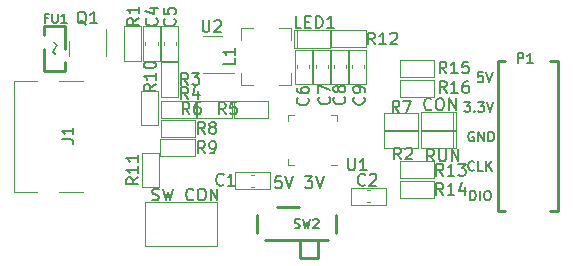
<source format=gbr>
%TF.GenerationSoftware,KiCad,Pcbnew,(6.0.5)*%
%TF.CreationDate,2022-07-01T09:43:07+08:00*%
%TF.ProjectId,dap_ch549f,6461705f-6368-4353-9439-662e6b696361,rev?*%
%TF.SameCoordinates,Original*%
%TF.FileFunction,Legend,Top*%
%TF.FilePolarity,Positive*%
%FSLAX46Y46*%
G04 Gerber Fmt 4.6, Leading zero omitted, Abs format (unit mm)*
G04 Created by KiCad (PCBNEW (6.0.5)) date 2022-07-01 09:43:07*
%MOMM*%
%LPD*%
G01*
G04 APERTURE LIST*
%ADD10C,0.150000*%
%ADD11C,0.152400*%
%ADD12C,0.190500*%
%ADD13C,0.203200*%
%ADD14C,0.120000*%
%ADD15C,0.254000*%
%ADD16C,0.127000*%
G04 APERTURE END LIST*
D10*
%TO.C,R7*%
X157483333Y-92642380D02*
X157150000Y-92166190D01*
X156911904Y-92642380D02*
X156911904Y-91642380D01*
X157292857Y-91642380D01*
X157388095Y-91690000D01*
X157435714Y-91737619D01*
X157483333Y-91832857D01*
X157483333Y-91975714D01*
X157435714Y-92070952D01*
X157388095Y-92118571D01*
X157292857Y-92166190D01*
X156911904Y-92166190D01*
X157816666Y-91642380D02*
X158483333Y-91642380D01*
X158054761Y-92642380D01*
%TO.C,LED1*%
X149180952Y-85472380D02*
X148704761Y-85472380D01*
X148704761Y-84472380D01*
X149514285Y-84948571D02*
X149847619Y-84948571D01*
X149990476Y-85472380D02*
X149514285Y-85472380D01*
X149514285Y-84472380D01*
X149990476Y-84472380D01*
X150419047Y-85472380D02*
X150419047Y-84472380D01*
X150657142Y-84472380D01*
X150800000Y-84520000D01*
X150895238Y-84615238D01*
X150942857Y-84710476D01*
X150990476Y-84900952D01*
X150990476Y-85043809D01*
X150942857Y-85234285D01*
X150895238Y-85329523D01*
X150800000Y-85424761D01*
X150657142Y-85472380D01*
X150419047Y-85472380D01*
X151942857Y-85472380D02*
X151371428Y-85472380D01*
X151657142Y-85472380D02*
X151657142Y-84472380D01*
X151561904Y-84615238D01*
X151466666Y-84710476D01*
X151371428Y-84758095D01*
D11*
%TO.C,P1*%
X167532583Y-88431295D02*
X167532583Y-87618495D01*
X167842221Y-87618495D01*
X167919631Y-87657200D01*
X167958336Y-87695904D01*
X167997040Y-87773314D01*
X167997040Y-87889428D01*
X167958336Y-87966838D01*
X167919631Y-88005542D01*
X167842221Y-88044247D01*
X167532583Y-88044247D01*
X168771136Y-88431295D02*
X168306679Y-88431295D01*
X168538907Y-88431295D02*
X168538907Y-87618495D01*
X168461498Y-87734609D01*
X168384088Y-87812019D01*
X168306679Y-87850723D01*
X164569631Y-89247027D02*
X164182583Y-89247027D01*
X164143879Y-89634074D01*
X164182583Y-89595370D01*
X164259993Y-89556665D01*
X164453517Y-89556665D01*
X164530926Y-89595370D01*
X164569631Y-89634074D01*
X164608336Y-89711484D01*
X164608336Y-89905008D01*
X164569631Y-89982417D01*
X164530926Y-90021122D01*
X164453517Y-90059827D01*
X164259993Y-90059827D01*
X164182583Y-90021122D01*
X164143879Y-89982417D01*
X164840564Y-89247027D02*
X165111498Y-90059827D01*
X165382431Y-89247027D01*
X163795798Y-94288668D02*
X163718388Y-94249963D01*
X163602274Y-94249963D01*
X163486160Y-94288668D01*
X163408750Y-94366077D01*
X163370045Y-94443487D01*
X163331341Y-94598306D01*
X163331341Y-94714420D01*
X163370045Y-94869239D01*
X163408750Y-94946648D01*
X163486160Y-95024058D01*
X163602274Y-95062763D01*
X163679683Y-95062763D01*
X163795798Y-95024058D01*
X163834502Y-94985353D01*
X163834502Y-94714420D01*
X163679683Y-94714420D01*
X164182845Y-95062763D02*
X164182845Y-94249963D01*
X164647302Y-95062763D01*
X164647302Y-94249963D01*
X165034350Y-95062763D02*
X165034350Y-94249963D01*
X165227874Y-94249963D01*
X165343988Y-94288668D01*
X165421398Y-94366077D01*
X165460102Y-94443487D01*
X165498807Y-94598306D01*
X165498807Y-94714420D01*
X165460102Y-94869239D01*
X165421398Y-94946648D01*
X165343988Y-95024058D01*
X165227874Y-95062763D01*
X165034350Y-95062763D01*
X163834502Y-97486822D02*
X163795798Y-97525527D01*
X163679683Y-97564232D01*
X163602274Y-97564232D01*
X163486160Y-97525527D01*
X163408750Y-97448117D01*
X163370045Y-97370708D01*
X163331341Y-97215889D01*
X163331341Y-97099775D01*
X163370045Y-96944956D01*
X163408750Y-96867546D01*
X163486160Y-96790137D01*
X163602274Y-96751432D01*
X163679683Y-96751432D01*
X163795798Y-96790137D01*
X163834502Y-96828841D01*
X164569893Y-97564232D02*
X164182845Y-97564232D01*
X164182845Y-96751432D01*
X164840826Y-97564232D02*
X164840826Y-96751432D01*
X165305283Y-97564232D02*
X164956941Y-97099775D01*
X165305283Y-96751432D02*
X164840826Y-97215889D01*
X162990174Y-91748495D02*
X163493336Y-91748495D01*
X163222402Y-92058133D01*
X163338517Y-92058133D01*
X163415926Y-92096838D01*
X163454631Y-92135542D01*
X163493336Y-92212952D01*
X163493336Y-92406476D01*
X163454631Y-92483885D01*
X163415926Y-92522590D01*
X163338517Y-92561295D01*
X163106288Y-92561295D01*
X163028879Y-92522590D01*
X162990174Y-92483885D01*
X163841679Y-92483885D02*
X163880383Y-92522590D01*
X163841679Y-92561295D01*
X163802974Y-92522590D01*
X163841679Y-92483885D01*
X163841679Y-92561295D01*
X164151317Y-91748495D02*
X164654479Y-91748495D01*
X164383545Y-92058133D01*
X164499660Y-92058133D01*
X164577069Y-92096838D01*
X164615774Y-92135542D01*
X164654479Y-92212952D01*
X164654479Y-92406476D01*
X164615774Y-92483885D01*
X164577069Y-92522590D01*
X164499660Y-92561295D01*
X164267431Y-92561295D01*
X164190021Y-92522590D01*
X164151317Y-92483885D01*
X164886707Y-91748495D02*
X165157640Y-92561295D01*
X165428574Y-91748495D01*
X163505470Y-100065700D02*
X163505470Y-99252900D01*
X163698994Y-99252900D01*
X163815108Y-99291605D01*
X163892518Y-99369014D01*
X163931223Y-99446424D01*
X163969927Y-99601243D01*
X163969927Y-99717357D01*
X163931223Y-99872176D01*
X163892518Y-99949585D01*
X163815108Y-100026995D01*
X163698994Y-100065700D01*
X163505470Y-100065700D01*
X164318270Y-100065700D02*
X164318270Y-99252900D01*
X164860137Y-99252900D02*
X165014956Y-99252900D01*
X165092366Y-99291605D01*
X165169775Y-99369014D01*
X165208480Y-99523833D01*
X165208480Y-99794766D01*
X165169775Y-99949585D01*
X165092366Y-100026995D01*
X165014956Y-100065700D01*
X164860137Y-100065700D01*
X164782727Y-100026995D01*
X164705318Y-99949585D01*
X164666613Y-99794766D01*
X164666613Y-99523833D01*
X164705318Y-99369014D01*
X164782727Y-99291605D01*
X164860137Y-99252900D01*
D10*
%TO.C,R12*%
X155397142Y-86882380D02*
X155063809Y-86406190D01*
X154825714Y-86882380D02*
X154825714Y-85882380D01*
X155206666Y-85882380D01*
X155301904Y-85930000D01*
X155349523Y-85977619D01*
X155397142Y-86072857D01*
X155397142Y-86215714D01*
X155349523Y-86310952D01*
X155301904Y-86358571D01*
X155206666Y-86406190D01*
X154825714Y-86406190D01*
X156349523Y-86882380D02*
X155778095Y-86882380D01*
X156063809Y-86882380D02*
X156063809Y-85882380D01*
X155968571Y-86025238D01*
X155873333Y-86120476D01*
X155778095Y-86168095D01*
X156730476Y-85977619D02*
X156778095Y-85930000D01*
X156873333Y-85882380D01*
X157111428Y-85882380D01*
X157206666Y-85930000D01*
X157254285Y-85977619D01*
X157301904Y-86072857D01*
X157301904Y-86168095D01*
X157254285Y-86310952D01*
X156682857Y-86882380D01*
X157301904Y-86882380D01*
%TO.C,R16*%
X161487142Y-90982380D02*
X161153809Y-90506190D01*
X160915714Y-90982380D02*
X160915714Y-89982380D01*
X161296666Y-89982380D01*
X161391904Y-90030000D01*
X161439523Y-90077619D01*
X161487142Y-90172857D01*
X161487142Y-90315714D01*
X161439523Y-90410952D01*
X161391904Y-90458571D01*
X161296666Y-90506190D01*
X160915714Y-90506190D01*
X162439523Y-90982380D02*
X161868095Y-90982380D01*
X162153809Y-90982380D02*
X162153809Y-89982380D01*
X162058571Y-90125238D01*
X161963333Y-90220476D01*
X161868095Y-90268095D01*
X163296666Y-89982380D02*
X163106190Y-89982380D01*
X163010952Y-90030000D01*
X162963333Y-90077619D01*
X162868095Y-90220476D01*
X162820476Y-90410952D01*
X162820476Y-90791904D01*
X162868095Y-90887142D01*
X162915714Y-90934761D01*
X163010952Y-90982380D01*
X163201428Y-90982380D01*
X163296666Y-90934761D01*
X163344285Y-90887142D01*
X163391904Y-90791904D01*
X163391904Y-90553809D01*
X163344285Y-90458571D01*
X163296666Y-90410952D01*
X163201428Y-90363333D01*
X163010952Y-90363333D01*
X162915714Y-90410952D01*
X162868095Y-90458571D01*
X162820476Y-90553809D01*
%TO.C,Q1*%
X130974761Y-85197619D02*
X130879523Y-85150000D01*
X130784285Y-85054761D01*
X130641428Y-84911904D01*
X130546190Y-84864285D01*
X130450952Y-84864285D01*
X130498571Y-85102380D02*
X130403333Y-85054761D01*
X130308095Y-84959523D01*
X130260476Y-84769047D01*
X130260476Y-84435714D01*
X130308095Y-84245238D01*
X130403333Y-84150000D01*
X130498571Y-84102380D01*
X130689047Y-84102380D01*
X130784285Y-84150000D01*
X130879523Y-84245238D01*
X130927142Y-84435714D01*
X130927142Y-84769047D01*
X130879523Y-84959523D01*
X130784285Y-85054761D01*
X130689047Y-85102380D01*
X130498571Y-85102380D01*
X131879523Y-85102380D02*
X131308095Y-85102380D01*
X131593809Y-85102380D02*
X131593809Y-84102380D01*
X131498571Y-84245238D01*
X131403333Y-84340476D01*
X131308095Y-84388095D01*
%TO.C,C6*%
X149717142Y-91396666D02*
X149764761Y-91444285D01*
X149812380Y-91587142D01*
X149812380Y-91682380D01*
X149764761Y-91825238D01*
X149669523Y-91920476D01*
X149574285Y-91968095D01*
X149383809Y-92015714D01*
X149240952Y-92015714D01*
X149050476Y-91968095D01*
X148955238Y-91920476D01*
X148860000Y-91825238D01*
X148812380Y-91682380D01*
X148812380Y-91587142D01*
X148860000Y-91444285D01*
X148907619Y-91396666D01*
X148812380Y-90539523D02*
X148812380Y-90730000D01*
X148860000Y-90825238D01*
X148907619Y-90872857D01*
X149050476Y-90968095D01*
X149240952Y-91015714D01*
X149621904Y-91015714D01*
X149717142Y-90968095D01*
X149764761Y-90920476D01*
X149812380Y-90825238D01*
X149812380Y-90634761D01*
X149764761Y-90539523D01*
X149717142Y-90491904D01*
X149621904Y-90444285D01*
X149383809Y-90444285D01*
X149288571Y-90491904D01*
X149240952Y-90539523D01*
X149193333Y-90634761D01*
X149193333Y-90825238D01*
X149240952Y-90920476D01*
X149288571Y-90968095D01*
X149383809Y-91015714D01*
%TO.C,R1*%
X135432380Y-84636666D02*
X134956190Y-84970000D01*
X135432380Y-85208095D02*
X134432380Y-85208095D01*
X134432380Y-84827142D01*
X134480000Y-84731904D01*
X134527619Y-84684285D01*
X134622857Y-84636666D01*
X134765714Y-84636666D01*
X134860952Y-84684285D01*
X134908571Y-84731904D01*
X134956190Y-84827142D01*
X134956190Y-85208095D01*
X135432380Y-83684285D02*
X135432380Y-84255714D01*
X135432380Y-83970000D02*
X134432380Y-83970000D01*
X134575238Y-84065238D01*
X134670476Y-84160476D01*
X134718095Y-84255714D01*
%TO.C,R3*%
X139603333Y-90292380D02*
X139270000Y-89816190D01*
X139031904Y-90292380D02*
X139031904Y-89292380D01*
X139412857Y-89292380D01*
X139508095Y-89340000D01*
X139555714Y-89387619D01*
X139603333Y-89482857D01*
X139603333Y-89625714D01*
X139555714Y-89720952D01*
X139508095Y-89768571D01*
X139412857Y-89816190D01*
X139031904Y-89816190D01*
X139936666Y-89292380D02*
X140555714Y-89292380D01*
X140222380Y-89673333D01*
X140365238Y-89673333D01*
X140460476Y-89720952D01*
X140508095Y-89768571D01*
X140555714Y-89863809D01*
X140555714Y-90101904D01*
X140508095Y-90197142D01*
X140460476Y-90244761D01*
X140365238Y-90292380D01*
X140079523Y-90292380D01*
X139984285Y-90244761D01*
X139936666Y-90197142D01*
%TO.C,R2*%
X157623333Y-96612380D02*
X157290000Y-96136190D01*
X157051904Y-96612380D02*
X157051904Y-95612380D01*
X157432857Y-95612380D01*
X157528095Y-95660000D01*
X157575714Y-95707619D01*
X157623333Y-95802857D01*
X157623333Y-95945714D01*
X157575714Y-96040952D01*
X157528095Y-96088571D01*
X157432857Y-96136190D01*
X157051904Y-96136190D01*
X158004285Y-95707619D02*
X158051904Y-95660000D01*
X158147142Y-95612380D01*
X158385238Y-95612380D01*
X158480476Y-95660000D01*
X158528095Y-95707619D01*
X158575714Y-95802857D01*
X158575714Y-95898095D01*
X158528095Y-96040952D01*
X157956666Y-96612380D01*
X158575714Y-96612380D01*
%TO.C,C8*%
X152807142Y-91326666D02*
X152854761Y-91374285D01*
X152902380Y-91517142D01*
X152902380Y-91612380D01*
X152854761Y-91755238D01*
X152759523Y-91850476D01*
X152664285Y-91898095D01*
X152473809Y-91945714D01*
X152330952Y-91945714D01*
X152140476Y-91898095D01*
X152045238Y-91850476D01*
X151950000Y-91755238D01*
X151902380Y-91612380D01*
X151902380Y-91517142D01*
X151950000Y-91374285D01*
X151997619Y-91326666D01*
X152330952Y-90755238D02*
X152283333Y-90850476D01*
X152235714Y-90898095D01*
X152140476Y-90945714D01*
X152092857Y-90945714D01*
X151997619Y-90898095D01*
X151950000Y-90850476D01*
X151902380Y-90755238D01*
X151902380Y-90564761D01*
X151950000Y-90469523D01*
X151997619Y-90421904D01*
X152092857Y-90374285D01*
X152140476Y-90374285D01*
X152235714Y-90421904D01*
X152283333Y-90469523D01*
X152330952Y-90564761D01*
X152330952Y-90755238D01*
X152378571Y-90850476D01*
X152426190Y-90898095D01*
X152521428Y-90945714D01*
X152711904Y-90945714D01*
X152807142Y-90898095D01*
X152854761Y-90850476D01*
X152902380Y-90755238D01*
X152902380Y-90564761D01*
X152854761Y-90469523D01*
X152807142Y-90421904D01*
X152711904Y-90374285D01*
X152521428Y-90374285D01*
X152426190Y-90421904D01*
X152378571Y-90469523D01*
X152330952Y-90564761D01*
%TO.C,U2*%
X140828095Y-84812380D02*
X140828095Y-85621904D01*
X140875714Y-85717142D01*
X140923333Y-85764761D01*
X141018571Y-85812380D01*
X141209047Y-85812380D01*
X141304285Y-85764761D01*
X141351904Y-85717142D01*
X141399523Y-85621904D01*
X141399523Y-84812380D01*
X141828095Y-84907619D02*
X141875714Y-84860000D01*
X141970952Y-84812380D01*
X142209047Y-84812380D01*
X142304285Y-84860000D01*
X142351904Y-84907619D01*
X142399523Y-85002857D01*
X142399523Y-85098095D01*
X142351904Y-85240952D01*
X141780476Y-85812380D01*
X142399523Y-85812380D01*
%TO.C,CON*%
X160201904Y-92347142D02*
X160154285Y-92394761D01*
X160011428Y-92442380D01*
X159916190Y-92442380D01*
X159773333Y-92394761D01*
X159678095Y-92299523D01*
X159630476Y-92204285D01*
X159582857Y-92013809D01*
X159582857Y-91870952D01*
X159630476Y-91680476D01*
X159678095Y-91585238D01*
X159773333Y-91490000D01*
X159916190Y-91442380D01*
X160011428Y-91442380D01*
X160154285Y-91490000D01*
X160201904Y-91537619D01*
X160820952Y-91442380D02*
X161011428Y-91442380D01*
X161106666Y-91490000D01*
X161201904Y-91585238D01*
X161249523Y-91775714D01*
X161249523Y-92109047D01*
X161201904Y-92299523D01*
X161106666Y-92394761D01*
X161011428Y-92442380D01*
X160820952Y-92442380D01*
X160725714Y-92394761D01*
X160630476Y-92299523D01*
X160582857Y-92109047D01*
X160582857Y-91775714D01*
X160630476Y-91585238D01*
X160725714Y-91490000D01*
X160820952Y-91442380D01*
X161678095Y-92442380D02*
X161678095Y-91442380D01*
X162249523Y-92442380D01*
X162249523Y-91442380D01*
%TO.C,R15*%
X161467142Y-89322380D02*
X161133809Y-88846190D01*
X160895714Y-89322380D02*
X160895714Y-88322380D01*
X161276666Y-88322380D01*
X161371904Y-88370000D01*
X161419523Y-88417619D01*
X161467142Y-88512857D01*
X161467142Y-88655714D01*
X161419523Y-88750952D01*
X161371904Y-88798571D01*
X161276666Y-88846190D01*
X160895714Y-88846190D01*
X162419523Y-89322380D02*
X161848095Y-89322380D01*
X162133809Y-89322380D02*
X162133809Y-88322380D01*
X162038571Y-88465238D01*
X161943333Y-88560476D01*
X161848095Y-88608095D01*
X163324285Y-88322380D02*
X162848095Y-88322380D01*
X162800476Y-88798571D01*
X162848095Y-88750952D01*
X162943333Y-88703333D01*
X163181428Y-88703333D01*
X163276666Y-88750952D01*
X163324285Y-88798571D01*
X163371904Y-88893809D01*
X163371904Y-89131904D01*
X163324285Y-89227142D01*
X163276666Y-89274761D01*
X163181428Y-89322380D01*
X162943333Y-89322380D01*
X162848095Y-89274761D01*
X162800476Y-89227142D01*
D12*
%TO.C,SW2*%
X148611932Y-102383704D02*
X148720790Y-102419990D01*
X148902218Y-102419990D01*
X148974790Y-102383704D01*
X149011075Y-102347418D01*
X149047361Y-102274847D01*
X149047361Y-102202276D01*
X149011075Y-102129704D01*
X148974790Y-102093418D01*
X148902218Y-102057133D01*
X148757075Y-102020847D01*
X148684504Y-101984561D01*
X148648218Y-101948276D01*
X148611932Y-101875704D01*
X148611932Y-101803133D01*
X148648218Y-101730561D01*
X148684504Y-101694276D01*
X148757075Y-101657990D01*
X148938504Y-101657990D01*
X149047361Y-101694276D01*
X149301361Y-101657990D02*
X149482790Y-102419990D01*
X149627932Y-101875704D01*
X149773075Y-102419990D01*
X149954504Y-101657990D01*
X150208504Y-101730561D02*
X150244790Y-101694276D01*
X150317361Y-101657990D01*
X150498790Y-101657990D01*
X150571361Y-101694276D01*
X150607647Y-101730561D01*
X150643932Y-101803133D01*
X150643932Y-101875704D01*
X150607647Y-101984561D01*
X150172218Y-102419990D01*
X150643932Y-102419990D01*
D13*
X147506365Y-98052380D02*
X147030175Y-98052380D01*
X146982556Y-98528571D01*
X147030175Y-98480952D01*
X147125413Y-98433333D01*
X147363508Y-98433333D01*
X147458746Y-98480952D01*
X147506365Y-98528571D01*
X147553984Y-98623809D01*
X147553984Y-98861904D01*
X147506365Y-98957142D01*
X147458746Y-99004761D01*
X147363508Y-99052380D01*
X147125413Y-99052380D01*
X147030175Y-99004761D01*
X146982556Y-98957142D01*
X147839699Y-98052380D02*
X148173032Y-99052380D01*
X148506365Y-98052380D01*
X149506365Y-98052380D02*
X150125413Y-98052380D01*
X149792080Y-98433333D01*
X149934937Y-98433333D01*
X150030175Y-98480952D01*
X150077794Y-98528571D01*
X150125413Y-98623809D01*
X150125413Y-98861904D01*
X150077794Y-98957142D01*
X150030175Y-99004761D01*
X149934937Y-99052380D01*
X149649222Y-99052380D01*
X149553984Y-99004761D01*
X149506365Y-98957142D01*
X150411127Y-98052380D02*
X150744460Y-99052380D01*
X151077794Y-98052380D01*
D10*
%TO.C,C4*%
X136917142Y-84676666D02*
X136964761Y-84724285D01*
X137012380Y-84867142D01*
X137012380Y-84962380D01*
X136964761Y-85105238D01*
X136869523Y-85200476D01*
X136774285Y-85248095D01*
X136583809Y-85295714D01*
X136440952Y-85295714D01*
X136250476Y-85248095D01*
X136155238Y-85200476D01*
X136060000Y-85105238D01*
X136012380Y-84962380D01*
X136012380Y-84867142D01*
X136060000Y-84724285D01*
X136107619Y-84676666D01*
X136345714Y-83819523D02*
X137012380Y-83819523D01*
X135964761Y-84057619D02*
X136679047Y-84295714D01*
X136679047Y-83676666D01*
%TO.C,R6*%
X139715833Y-92792380D02*
X139382500Y-92316190D01*
X139144404Y-92792380D02*
X139144404Y-91792380D01*
X139525357Y-91792380D01*
X139620595Y-91840000D01*
X139668214Y-91887619D01*
X139715833Y-91982857D01*
X139715833Y-92125714D01*
X139668214Y-92220952D01*
X139620595Y-92268571D01*
X139525357Y-92316190D01*
X139144404Y-92316190D01*
X140572976Y-91792380D02*
X140382500Y-91792380D01*
X140287261Y-91840000D01*
X140239642Y-91887619D01*
X140144404Y-92030476D01*
X140096785Y-92220952D01*
X140096785Y-92601904D01*
X140144404Y-92697142D01*
X140192023Y-92744761D01*
X140287261Y-92792380D01*
X140477738Y-92792380D01*
X140572976Y-92744761D01*
X140620595Y-92697142D01*
X140668214Y-92601904D01*
X140668214Y-92363809D01*
X140620595Y-92268571D01*
X140572976Y-92220952D01*
X140477738Y-92173333D01*
X140287261Y-92173333D01*
X140192023Y-92220952D01*
X140144404Y-92268571D01*
X140096785Y-92363809D01*
%TO.C,R5*%
X142785833Y-92792380D02*
X142452500Y-92316190D01*
X142214404Y-92792380D02*
X142214404Y-91792380D01*
X142595357Y-91792380D01*
X142690595Y-91840000D01*
X142738214Y-91887619D01*
X142785833Y-91982857D01*
X142785833Y-92125714D01*
X142738214Y-92220952D01*
X142690595Y-92268571D01*
X142595357Y-92316190D01*
X142214404Y-92316190D01*
X143690595Y-91792380D02*
X143214404Y-91792380D01*
X143166785Y-92268571D01*
X143214404Y-92220952D01*
X143309642Y-92173333D01*
X143547738Y-92173333D01*
X143642976Y-92220952D01*
X143690595Y-92268571D01*
X143738214Y-92363809D01*
X143738214Y-92601904D01*
X143690595Y-92697142D01*
X143642976Y-92744761D01*
X143547738Y-92792380D01*
X143309642Y-92792380D01*
X143214404Y-92744761D01*
X143166785Y-92697142D01*
%TO.C,R11*%
X135372380Y-98142857D02*
X134896190Y-98476190D01*
X135372380Y-98714285D02*
X134372380Y-98714285D01*
X134372380Y-98333333D01*
X134420000Y-98238095D01*
X134467619Y-98190476D01*
X134562857Y-98142857D01*
X134705714Y-98142857D01*
X134800952Y-98190476D01*
X134848571Y-98238095D01*
X134896190Y-98333333D01*
X134896190Y-98714285D01*
X135372380Y-97190476D02*
X135372380Y-97761904D01*
X135372380Y-97476190D02*
X134372380Y-97476190D01*
X134515238Y-97571428D01*
X134610476Y-97666666D01*
X134658095Y-97761904D01*
X135372380Y-96238095D02*
X135372380Y-96809523D01*
X135372380Y-96523809D02*
X134372380Y-96523809D01*
X134515238Y-96619047D01*
X134610476Y-96714285D01*
X134658095Y-96809523D01*
D12*
%TO.C,FU1*%
X127709253Y-84654571D02*
X127455253Y-84654571D01*
X127455253Y-85053714D02*
X127455253Y-84291714D01*
X127818110Y-84291714D01*
X128108396Y-84291714D02*
X128108396Y-84908571D01*
X128144682Y-84981142D01*
X128180967Y-85017428D01*
X128253539Y-85053714D01*
X128398682Y-85053714D01*
X128471253Y-85017428D01*
X128507539Y-84981142D01*
X128543825Y-84908571D01*
X128543825Y-84291714D01*
X129305825Y-85053714D02*
X128870396Y-85053714D01*
X129088110Y-85053714D02*
X129088110Y-84291714D01*
X129015539Y-84400571D01*
X128942967Y-84473142D01*
X128870396Y-84509428D01*
D10*
%TO.C,C7*%
X151537142Y-91326666D02*
X151584761Y-91374285D01*
X151632380Y-91517142D01*
X151632380Y-91612380D01*
X151584761Y-91755238D01*
X151489523Y-91850476D01*
X151394285Y-91898095D01*
X151203809Y-91945714D01*
X151060952Y-91945714D01*
X150870476Y-91898095D01*
X150775238Y-91850476D01*
X150680000Y-91755238D01*
X150632380Y-91612380D01*
X150632380Y-91517142D01*
X150680000Y-91374285D01*
X150727619Y-91326666D01*
X150632380Y-90993333D02*
X150632380Y-90326666D01*
X151632380Y-90755238D01*
%TO.C,R13*%
X161197142Y-97992380D02*
X160863809Y-97516190D01*
X160625714Y-97992380D02*
X160625714Y-96992380D01*
X161006666Y-96992380D01*
X161101904Y-97040000D01*
X161149523Y-97087619D01*
X161197142Y-97182857D01*
X161197142Y-97325714D01*
X161149523Y-97420952D01*
X161101904Y-97468571D01*
X161006666Y-97516190D01*
X160625714Y-97516190D01*
X162149523Y-97992380D02*
X161578095Y-97992380D01*
X161863809Y-97992380D02*
X161863809Y-96992380D01*
X161768571Y-97135238D01*
X161673333Y-97230476D01*
X161578095Y-97278095D01*
X162482857Y-96992380D02*
X163101904Y-96992380D01*
X162768571Y-97373333D01*
X162911428Y-97373333D01*
X163006666Y-97420952D01*
X163054285Y-97468571D01*
X163101904Y-97563809D01*
X163101904Y-97801904D01*
X163054285Y-97897142D01*
X163006666Y-97944761D01*
X162911428Y-97992380D01*
X162625714Y-97992380D01*
X162530476Y-97944761D01*
X162482857Y-97897142D01*
%TO.C,RUN*%
X160431904Y-96762380D02*
X160098571Y-96286190D01*
X159860476Y-96762380D02*
X159860476Y-95762380D01*
X160241428Y-95762380D01*
X160336666Y-95810000D01*
X160384285Y-95857619D01*
X160431904Y-95952857D01*
X160431904Y-96095714D01*
X160384285Y-96190952D01*
X160336666Y-96238571D01*
X160241428Y-96286190D01*
X159860476Y-96286190D01*
X160860476Y-95762380D02*
X160860476Y-96571904D01*
X160908095Y-96667142D01*
X160955714Y-96714761D01*
X161050952Y-96762380D01*
X161241428Y-96762380D01*
X161336666Y-96714761D01*
X161384285Y-96667142D01*
X161431904Y-96571904D01*
X161431904Y-95762380D01*
X161908095Y-96762380D02*
X161908095Y-95762380D01*
X162479523Y-96762380D01*
X162479523Y-95762380D01*
%TO.C,R8*%
X141013333Y-94452380D02*
X140680000Y-93976190D01*
X140441904Y-94452380D02*
X140441904Y-93452380D01*
X140822857Y-93452380D01*
X140918095Y-93500000D01*
X140965714Y-93547619D01*
X141013333Y-93642857D01*
X141013333Y-93785714D01*
X140965714Y-93880952D01*
X140918095Y-93928571D01*
X140822857Y-93976190D01*
X140441904Y-93976190D01*
X141584761Y-93880952D02*
X141489523Y-93833333D01*
X141441904Y-93785714D01*
X141394285Y-93690476D01*
X141394285Y-93642857D01*
X141441904Y-93547619D01*
X141489523Y-93500000D01*
X141584761Y-93452380D01*
X141775238Y-93452380D01*
X141870476Y-93500000D01*
X141918095Y-93547619D01*
X141965714Y-93642857D01*
X141965714Y-93690476D01*
X141918095Y-93785714D01*
X141870476Y-93833333D01*
X141775238Y-93880952D01*
X141584761Y-93880952D01*
X141489523Y-93928571D01*
X141441904Y-93976190D01*
X141394285Y-94071428D01*
X141394285Y-94261904D01*
X141441904Y-94357142D01*
X141489523Y-94404761D01*
X141584761Y-94452380D01*
X141775238Y-94452380D01*
X141870476Y-94404761D01*
X141918095Y-94357142D01*
X141965714Y-94261904D01*
X141965714Y-94071428D01*
X141918095Y-93976190D01*
X141870476Y-93928571D01*
X141775238Y-93880952D01*
%TO.C,R14*%
X161197142Y-99612380D02*
X160863809Y-99136190D01*
X160625714Y-99612380D02*
X160625714Y-98612380D01*
X161006666Y-98612380D01*
X161101904Y-98660000D01*
X161149523Y-98707619D01*
X161197142Y-98802857D01*
X161197142Y-98945714D01*
X161149523Y-99040952D01*
X161101904Y-99088571D01*
X161006666Y-99136190D01*
X160625714Y-99136190D01*
X162149523Y-99612380D02*
X161578095Y-99612380D01*
X161863809Y-99612380D02*
X161863809Y-98612380D01*
X161768571Y-98755238D01*
X161673333Y-98850476D01*
X161578095Y-98898095D01*
X163006666Y-98945714D02*
X163006666Y-99612380D01*
X162768571Y-98564761D02*
X162530476Y-99279047D01*
X163149523Y-99279047D01*
%TO.C,U1*%
X153148095Y-96522380D02*
X153148095Y-97331904D01*
X153195714Y-97427142D01*
X153243333Y-97474761D01*
X153338571Y-97522380D01*
X153529047Y-97522380D01*
X153624285Y-97474761D01*
X153671904Y-97427142D01*
X153719523Y-97331904D01*
X153719523Y-96522380D01*
X154719523Y-97522380D02*
X154148095Y-97522380D01*
X154433809Y-97522380D02*
X154433809Y-96522380D01*
X154338571Y-96665238D01*
X154243333Y-96760476D01*
X154148095Y-96808095D01*
%TO.C,J1*%
X128882380Y-94923333D02*
X129596666Y-94923333D01*
X129739523Y-94970952D01*
X129834761Y-95066190D01*
X129882380Y-95209047D01*
X129882380Y-95304285D01*
X129882380Y-93923333D02*
X129882380Y-94494761D01*
X129882380Y-94209047D02*
X128882380Y-94209047D01*
X129025238Y-94304285D01*
X129120476Y-94399523D01*
X129168095Y-94494761D01*
%TO.C,C9*%
X154467142Y-91346666D02*
X154514761Y-91394285D01*
X154562380Y-91537142D01*
X154562380Y-91632380D01*
X154514761Y-91775238D01*
X154419523Y-91870476D01*
X154324285Y-91918095D01*
X154133809Y-91965714D01*
X153990952Y-91965714D01*
X153800476Y-91918095D01*
X153705238Y-91870476D01*
X153610000Y-91775238D01*
X153562380Y-91632380D01*
X153562380Y-91537142D01*
X153610000Y-91394285D01*
X153657619Y-91346666D01*
X154562380Y-90870476D02*
X154562380Y-90680000D01*
X154514761Y-90584761D01*
X154467142Y-90537142D01*
X154324285Y-90441904D01*
X154133809Y-90394285D01*
X153752857Y-90394285D01*
X153657619Y-90441904D01*
X153610000Y-90489523D01*
X153562380Y-90584761D01*
X153562380Y-90775238D01*
X153610000Y-90870476D01*
X153657619Y-90918095D01*
X153752857Y-90965714D01*
X153990952Y-90965714D01*
X154086190Y-90918095D01*
X154133809Y-90870476D01*
X154181428Y-90775238D01*
X154181428Y-90584761D01*
X154133809Y-90489523D01*
X154086190Y-90441904D01*
X153990952Y-90394285D01*
%TO.C,R4*%
X139603333Y-91482380D02*
X139270000Y-91006190D01*
X139031904Y-91482380D02*
X139031904Y-90482380D01*
X139412857Y-90482380D01*
X139508095Y-90530000D01*
X139555714Y-90577619D01*
X139603333Y-90672857D01*
X139603333Y-90815714D01*
X139555714Y-90910952D01*
X139508095Y-90958571D01*
X139412857Y-91006190D01*
X139031904Y-91006190D01*
X140460476Y-90815714D02*
X140460476Y-91482380D01*
X140222380Y-90434761D02*
X139984285Y-91149047D01*
X140603333Y-91149047D01*
%TO.C,R9*%
X141013333Y-96082380D02*
X140680000Y-95606190D01*
X140441904Y-96082380D02*
X140441904Y-95082380D01*
X140822857Y-95082380D01*
X140918095Y-95130000D01*
X140965714Y-95177619D01*
X141013333Y-95272857D01*
X141013333Y-95415714D01*
X140965714Y-95510952D01*
X140918095Y-95558571D01*
X140822857Y-95606190D01*
X140441904Y-95606190D01*
X141489523Y-96082380D02*
X141680000Y-96082380D01*
X141775238Y-96034761D01*
X141822857Y-95987142D01*
X141918095Y-95844285D01*
X141965714Y-95653809D01*
X141965714Y-95272857D01*
X141918095Y-95177619D01*
X141870476Y-95130000D01*
X141775238Y-95082380D01*
X141584761Y-95082380D01*
X141489523Y-95130000D01*
X141441904Y-95177619D01*
X141394285Y-95272857D01*
X141394285Y-95510952D01*
X141441904Y-95606190D01*
X141489523Y-95653809D01*
X141584761Y-95701428D01*
X141775238Y-95701428D01*
X141870476Y-95653809D01*
X141918095Y-95606190D01*
X141965714Y-95510952D01*
%TO.C,L1*%
X143544880Y-88066666D02*
X143544880Y-88542857D01*
X142544880Y-88542857D01*
X143544880Y-87209523D02*
X143544880Y-87780952D01*
X143544880Y-87495238D02*
X142544880Y-87495238D01*
X142687738Y-87590476D01*
X142782976Y-87685714D01*
X142830595Y-87780952D01*
%TO.C,C1*%
X142608333Y-98732142D02*
X142560714Y-98779761D01*
X142417857Y-98827380D01*
X142322619Y-98827380D01*
X142179761Y-98779761D01*
X142084523Y-98684523D01*
X142036904Y-98589285D01*
X141989285Y-98398809D01*
X141989285Y-98255952D01*
X142036904Y-98065476D01*
X142084523Y-97970238D01*
X142179761Y-97875000D01*
X142322619Y-97827380D01*
X142417857Y-97827380D01*
X142560714Y-97875000D01*
X142608333Y-97922619D01*
X143560714Y-98827380D02*
X142989285Y-98827380D01*
X143275000Y-98827380D02*
X143275000Y-97827380D01*
X143179761Y-97970238D01*
X143084523Y-98065476D01*
X142989285Y-98113095D01*
%TO.C,SW CON*%
X136564285Y-100034761D02*
X136707142Y-100082380D01*
X136945238Y-100082380D01*
X137040476Y-100034761D01*
X137088095Y-99987142D01*
X137135714Y-99891904D01*
X137135714Y-99796666D01*
X137088095Y-99701428D01*
X137040476Y-99653809D01*
X136945238Y-99606190D01*
X136754761Y-99558571D01*
X136659523Y-99510952D01*
X136611904Y-99463333D01*
X136564285Y-99368095D01*
X136564285Y-99272857D01*
X136611904Y-99177619D01*
X136659523Y-99130000D01*
X136754761Y-99082380D01*
X136992857Y-99082380D01*
X137135714Y-99130000D01*
X137469047Y-99082380D02*
X137707142Y-100082380D01*
X137897619Y-99368095D01*
X138088095Y-100082380D01*
X138326190Y-99082380D01*
X140040476Y-99987142D02*
X139992857Y-100034761D01*
X139850000Y-100082380D01*
X139754761Y-100082380D01*
X139611904Y-100034761D01*
X139516666Y-99939523D01*
X139469047Y-99844285D01*
X139421428Y-99653809D01*
X139421428Y-99510952D01*
X139469047Y-99320476D01*
X139516666Y-99225238D01*
X139611904Y-99130000D01*
X139754761Y-99082380D01*
X139850000Y-99082380D01*
X139992857Y-99130000D01*
X140040476Y-99177619D01*
X140659523Y-99082380D02*
X140850000Y-99082380D01*
X140945238Y-99130000D01*
X141040476Y-99225238D01*
X141088095Y-99415714D01*
X141088095Y-99749047D01*
X141040476Y-99939523D01*
X140945238Y-100034761D01*
X140850000Y-100082380D01*
X140659523Y-100082380D01*
X140564285Y-100034761D01*
X140469047Y-99939523D01*
X140421428Y-99749047D01*
X140421428Y-99415714D01*
X140469047Y-99225238D01*
X140564285Y-99130000D01*
X140659523Y-99082380D01*
X141516666Y-100082380D02*
X141516666Y-99082380D01*
X142088095Y-100082380D01*
X142088095Y-99082380D01*
%TO.C,C5*%
X138447142Y-84716666D02*
X138494761Y-84764285D01*
X138542380Y-84907142D01*
X138542380Y-85002380D01*
X138494761Y-85145238D01*
X138399523Y-85240476D01*
X138304285Y-85288095D01*
X138113809Y-85335714D01*
X137970952Y-85335714D01*
X137780476Y-85288095D01*
X137685238Y-85240476D01*
X137590000Y-85145238D01*
X137542380Y-85002380D01*
X137542380Y-84907142D01*
X137590000Y-84764285D01*
X137637619Y-84716666D01*
X137542380Y-83811904D02*
X137542380Y-84288095D01*
X138018571Y-84335714D01*
X137970952Y-84288095D01*
X137923333Y-84192857D01*
X137923333Y-83954761D01*
X137970952Y-83859523D01*
X138018571Y-83811904D01*
X138113809Y-83764285D01*
X138351904Y-83764285D01*
X138447142Y-83811904D01*
X138494761Y-83859523D01*
X138542380Y-83954761D01*
X138542380Y-84192857D01*
X138494761Y-84288095D01*
X138447142Y-84335714D01*
%TO.C,R10*%
X136842380Y-90232857D02*
X136366190Y-90566190D01*
X136842380Y-90804285D02*
X135842380Y-90804285D01*
X135842380Y-90423333D01*
X135890000Y-90328095D01*
X135937619Y-90280476D01*
X136032857Y-90232857D01*
X136175714Y-90232857D01*
X136270952Y-90280476D01*
X136318571Y-90328095D01*
X136366190Y-90423333D01*
X136366190Y-90804285D01*
X136842380Y-89280476D02*
X136842380Y-89851904D01*
X136842380Y-89566190D02*
X135842380Y-89566190D01*
X135985238Y-89661428D01*
X136080476Y-89756666D01*
X136128095Y-89851904D01*
X135842380Y-88661428D02*
X135842380Y-88566190D01*
X135890000Y-88470952D01*
X135937619Y-88423333D01*
X136032857Y-88375714D01*
X136223333Y-88328095D01*
X136461428Y-88328095D01*
X136651904Y-88375714D01*
X136747142Y-88423333D01*
X136794761Y-88470952D01*
X136842380Y-88566190D01*
X136842380Y-88661428D01*
X136794761Y-88756666D01*
X136747142Y-88804285D01*
X136651904Y-88851904D01*
X136461428Y-88899523D01*
X136223333Y-88899523D01*
X136032857Y-88851904D01*
X135937619Y-88804285D01*
X135890000Y-88756666D01*
X135842380Y-88661428D01*
%TO.C,C2*%
X154593333Y-98737142D02*
X154545714Y-98784761D01*
X154402857Y-98832380D01*
X154307619Y-98832380D01*
X154164761Y-98784761D01*
X154069523Y-98689523D01*
X154021904Y-98594285D01*
X153974285Y-98403809D01*
X153974285Y-98260952D01*
X154021904Y-98070476D01*
X154069523Y-97975238D01*
X154164761Y-97880000D01*
X154307619Y-97832380D01*
X154402857Y-97832380D01*
X154545714Y-97880000D01*
X154593333Y-97927619D01*
X154974285Y-97927619D02*
X155021904Y-97880000D01*
X155117142Y-97832380D01*
X155355238Y-97832380D01*
X155450476Y-97880000D01*
X155498095Y-97927619D01*
X155545714Y-98022857D01*
X155545714Y-98118095D01*
X155498095Y-98260952D01*
X154926666Y-98832380D01*
X155545714Y-98832380D01*
D14*
%TO.C,R7*%
X159105000Y-92650000D02*
X159105000Y-94090000D01*
X156165000Y-94090000D02*
X156165000Y-92650000D01*
X156165000Y-92650000D02*
X159105000Y-92650000D01*
X159105000Y-94090000D02*
X156165000Y-94090000D01*
%TO.C,LED1*%
X151585000Y-87160000D02*
X151585000Y-85690000D01*
X148570000Y-87150000D02*
X151585000Y-87160000D01*
X148560000Y-87140000D02*
X148560000Y-85690000D01*
X151585000Y-85690000D02*
X148560000Y-85690000D01*
X148820000Y-87150000D02*
X148820000Y-85700000D01*
D15*
%TO.C,P1*%
X170255000Y-100990000D02*
X170890000Y-100990000D01*
X170890000Y-100990000D02*
X170890000Y-88290000D01*
X165810000Y-100990000D02*
X165810000Y-88290000D01*
X165810000Y-100990000D02*
X166445000Y-100990000D01*
X165810000Y-88290000D02*
X166445000Y-88290000D01*
X170255000Y-88290000D02*
X170890000Y-88290000D01*
D14*
%TO.C,R12*%
X151730000Y-87115000D02*
X151730000Y-85675000D01*
X154670000Y-87115000D02*
X151730000Y-87115000D01*
X154670000Y-85675000D02*
X154670000Y-87115000D01*
X151730000Y-85675000D02*
X154670000Y-85675000D01*
%TO.C,R16*%
X157505000Y-89850000D02*
X160445000Y-89850000D01*
X160445000Y-91290000D02*
X157505000Y-91290000D01*
X160445000Y-89850000D02*
X160445000Y-91290000D01*
X157505000Y-91290000D02*
X157505000Y-89850000D01*
%TO.C,Q1*%
X132620000Y-87240000D02*
X132620000Y-85565000D01*
X129500000Y-87240000D02*
X129500000Y-87890000D01*
X129500000Y-87240000D02*
X129500000Y-86590000D01*
X132620000Y-87240000D02*
X132620000Y-87890000D01*
%TO.C,C6*%
X148852500Y-88910580D02*
X148852500Y-88629420D01*
X148652500Y-90240000D02*
X150082500Y-90250000D01*
X148652500Y-87320000D02*
X148652500Y-90230000D01*
X150082500Y-87320000D02*
X148652500Y-87320000D01*
X150082500Y-90250000D02*
X150082500Y-87320000D01*
X149872500Y-88910580D02*
X149872500Y-88629420D01*
%TO.C,R1*%
X134200000Y-88240000D02*
X134200000Y-85300000D01*
X135640000Y-85300000D02*
X135640000Y-88240000D01*
X134200000Y-85300000D02*
X135640000Y-85300000D01*
X135640000Y-88240000D02*
X134200000Y-88240000D01*
%TO.C,R3*%
X137342500Y-91330000D02*
X137342500Y-88390000D01*
X138782500Y-91330000D02*
X137342500Y-91330000D01*
X137342500Y-88390000D02*
X138782500Y-88390000D01*
X138782500Y-88390000D02*
X138782500Y-91330000D01*
%TO.C,R2*%
X156145000Y-95630000D02*
X156145000Y-94190000D01*
X156145000Y-94190000D02*
X159085000Y-94190000D01*
X159085000Y-94190000D02*
X159085000Y-95630000D01*
X159085000Y-95630000D02*
X156145000Y-95630000D01*
%TO.C,C8*%
X151922500Y-88910580D02*
X151922500Y-88629420D01*
X151722500Y-90240000D02*
X153152500Y-90250000D01*
X153152500Y-87320000D02*
X151722500Y-87320000D01*
X152942500Y-88910580D02*
X152942500Y-88629420D01*
X153152500Y-90250000D02*
X153152500Y-87320000D01*
X151722500Y-87320000D02*
X151722500Y-90230000D01*
%TO.C,U2*%
X141652500Y-89300000D02*
X140852500Y-89300000D01*
X141652500Y-86180000D02*
X140852500Y-86180000D01*
X141652500Y-89300000D02*
X143452500Y-89300000D01*
X141652500Y-86180000D02*
X142452500Y-86180000D01*
%TO.C,CON*%
X159295333Y-92625839D02*
X159295333Y-94095839D01*
X162060333Y-92635839D02*
X162060333Y-94085839D01*
X162320333Y-92645839D02*
X162320333Y-94095839D01*
X159295333Y-94095839D02*
X162320333Y-94095839D01*
X162310333Y-92635839D02*
X159295333Y-92625839D01*
%TO.C,R15*%
X157505000Y-88230000D02*
X160445000Y-88230000D01*
X157505000Y-89670000D02*
X157505000Y-88230000D01*
X160445000Y-88230000D02*
X160445000Y-89670000D01*
X160445000Y-89670000D02*
X157505000Y-89670000D01*
D15*
%TO.C,SW2*%
X150578003Y-104971000D02*
X150578003Y-103450000D01*
X152149998Y-102812000D02*
X152149998Y-101288000D01*
X149054000Y-104971000D02*
X149054003Y-103450000D01*
X146133003Y-103447000D02*
X151467005Y-103447000D01*
X149054000Y-104971000D02*
X150578003Y-104971000D01*
X145450002Y-102812000D02*
X145450002Y-101288000D01*
X147100999Y-100653000D02*
X149006002Y-100653000D01*
D14*
%TO.C,C4*%
X135792500Y-85350000D02*
X135792500Y-88260000D01*
X137222500Y-88280000D02*
X137222500Y-85350000D01*
X137012500Y-86940580D02*
X137012500Y-86659420D01*
X135992500Y-86940580D02*
X135992500Y-86659420D01*
X135792500Y-88270000D02*
X137222500Y-88280000D01*
X137222500Y-85350000D02*
X135792500Y-85350000D01*
%TO.C,R6*%
X143332500Y-93130000D02*
X140392500Y-93130000D01*
X140392500Y-91690000D02*
X143332500Y-91690000D01*
X143332500Y-91690000D02*
X143332500Y-93130000D01*
X140392500Y-93130000D02*
X140392500Y-91690000D01*
%TO.C,R5*%
X146402500Y-91690000D02*
X146402500Y-93130000D01*
X146402500Y-93130000D02*
X143462500Y-93130000D01*
X143462500Y-93130000D02*
X143462500Y-91690000D01*
X143462500Y-91690000D02*
X146402500Y-91690000D01*
%TO.C,R11*%
X137100000Y-98980000D02*
X135660000Y-98980000D01*
X137100000Y-96040000D02*
X137100000Y-98980000D01*
X135660000Y-96040000D02*
X137100000Y-96040000D01*
X135660000Y-98980000D02*
X135660000Y-96040000D01*
D15*
%TO.C,FU1*%
X129198997Y-89145000D02*
X129198997Y-88383000D01*
X129198997Y-85335000D02*
X127421003Y-85335000D01*
X129198997Y-89145000D02*
X127421003Y-89145000D01*
X129198997Y-87240000D02*
X129198997Y-85716000D01*
X127421003Y-86097000D02*
X127421003Y-85335000D01*
X127421003Y-89145000D02*
X127421003Y-88383000D01*
X127421003Y-88383000D02*
X127421003Y-87240000D01*
X129199000Y-85970000D02*
X129198997Y-85335000D01*
D16*
X128310000Y-87240001D02*
G75*
G03*
X128367834Y-87731019I86871J-238683D01*
G01*
X128310000Y-87240002D02*
G75*
G03*
X128252166Y-86748984I-86871J238683D01*
G01*
D14*
%TO.C,C7*%
X150392500Y-88910580D02*
X150392500Y-88629420D01*
X151412500Y-88910580D02*
X151412500Y-88629420D01*
X150192500Y-87320000D02*
X150192500Y-90230000D01*
X151622500Y-87320000D02*
X150192500Y-87320000D01*
X150192500Y-90240000D02*
X151622500Y-90250000D01*
X151622500Y-90250000D02*
X151622500Y-87320000D01*
%TO.C,R13*%
X160445000Y-96760000D02*
X160445000Y-98200000D01*
X157505000Y-98200000D02*
X157505000Y-96760000D01*
X157505000Y-96760000D02*
X160445000Y-96760000D01*
X160445000Y-98200000D02*
X157505000Y-98200000D01*
%TO.C,RUN*%
X162312500Y-94205000D02*
X162312500Y-95655000D01*
X159287500Y-94185000D02*
X159287500Y-95655000D01*
X159287500Y-95655000D02*
X162312500Y-95655000D01*
X162052500Y-94195000D02*
X162052500Y-95645000D01*
X162302500Y-94195000D02*
X159287500Y-94185000D01*
%TO.C,R8*%
X137280000Y-94700000D02*
X137280000Y-93260000D01*
X137280000Y-93260000D02*
X140220000Y-93260000D01*
X140220000Y-94700000D02*
X137280000Y-94700000D01*
X140220000Y-93260000D02*
X140220000Y-94700000D01*
%TO.C,R14*%
X160445000Y-98400000D02*
X160445000Y-99840000D01*
X157505000Y-99840000D02*
X157505000Y-98400000D01*
X157505000Y-98400000D02*
X160445000Y-98400000D01*
X160445000Y-99840000D02*
X157505000Y-99840000D01*
%TO.C,U1*%
X148020000Y-92860000D02*
X148020000Y-93385000D01*
X148545000Y-97080000D02*
X148020000Y-97080000D01*
X148545000Y-92860000D02*
X148020000Y-92860000D01*
X148020000Y-97080000D02*
X148020000Y-96555000D01*
X152240000Y-92860000D02*
X152240000Y-93385000D01*
X151715000Y-97080000D02*
X152240000Y-97080000D01*
X151715000Y-92860000D02*
X152240000Y-92860000D01*
%TO.C,J1*%
X130690000Y-89940000D02*
X128690000Y-89940000D01*
X126790000Y-99340000D02*
X124890000Y-99340000D01*
X126790000Y-89940000D02*
X124890000Y-89940000D01*
X124890000Y-89940000D02*
X124890000Y-99340000D01*
X130690000Y-99340000D02*
X128690000Y-99340000D01*
%TO.C,C9*%
X153262500Y-87310000D02*
X153262500Y-90220000D01*
X154482500Y-88900580D02*
X154482500Y-88619420D01*
X153462500Y-88900580D02*
X153462500Y-88619420D01*
X153262500Y-90230000D02*
X154692500Y-90240000D01*
X154692500Y-87310000D02*
X153262500Y-87310000D01*
X154692500Y-90240000D02*
X154692500Y-87310000D01*
%TO.C,R4*%
X137302500Y-93110000D02*
X137302500Y-91670000D01*
X140242500Y-91670000D02*
X140242500Y-93110000D01*
X137302500Y-91670000D02*
X140242500Y-91670000D01*
X140242500Y-93110000D02*
X137302500Y-93110000D01*
%TO.C,R9*%
X140200000Y-94850000D02*
X140200000Y-96290000D01*
X140200000Y-96290000D02*
X137260000Y-96290000D01*
X137260000Y-96290000D02*
X137260000Y-94850000D01*
X137260000Y-94850000D02*
X140200000Y-94850000D01*
%TO.C,L1*%
X148302500Y-90285000D02*
X147277500Y-90285000D01*
X144082500Y-90285000D02*
X144082500Y-89260000D01*
X148302500Y-90285000D02*
X148302500Y-89260000D01*
X148302500Y-85515000D02*
X147277500Y-85515000D01*
X144082500Y-85515000D02*
X144082500Y-86540000D01*
X144082500Y-85515000D02*
X145107500Y-85515000D01*
X148302500Y-85515000D02*
X148302500Y-86540000D01*
X144082500Y-90285000D02*
X145107500Y-90285000D01*
%TO.C,C1*%
X145200580Y-97890000D02*
X144919420Y-97890000D01*
X146530000Y-99110000D02*
X146540000Y-97680000D01*
X143610000Y-99110000D02*
X146520000Y-99110000D01*
X143610000Y-97680000D02*
X143610000Y-99110000D01*
X145200580Y-98910000D02*
X144919420Y-98910000D01*
X146540000Y-97680000D02*
X143610000Y-97680000D01*
%TO.C,SW CON*%
X135910000Y-100210000D02*
X142030000Y-100210000D01*
X142030000Y-100210000D02*
X142030000Y-103910000D01*
X135910000Y-103910000D02*
X135910000Y-100210000D01*
X142030000Y-103910000D02*
X135910000Y-103910000D01*
%TO.C,C5*%
X137342500Y-88270000D02*
X138772500Y-88280000D01*
X137342500Y-85350000D02*
X137342500Y-88260000D01*
X138772500Y-85350000D02*
X137342500Y-85350000D01*
X138562500Y-86940580D02*
X138562500Y-86659420D01*
X138772500Y-88280000D02*
X138772500Y-85350000D01*
X137542500Y-86940580D02*
X137542500Y-86659420D01*
%TO.C,R10*%
X137080000Y-90800000D02*
X137080000Y-93740000D01*
X135640000Y-90800000D02*
X137080000Y-90800000D01*
X135640000Y-93740000D02*
X135640000Y-90800000D01*
X137080000Y-93740000D02*
X135640000Y-93740000D01*
%TO.C,C2*%
X155000580Y-100230000D02*
X154719420Y-100230000D01*
X153410000Y-100430000D02*
X156320000Y-100430000D01*
X155000580Y-99210000D02*
X154719420Y-99210000D01*
X156330000Y-100430000D02*
X156340000Y-99000000D01*
X153410000Y-99000000D02*
X153410000Y-100430000D01*
X156340000Y-99000000D02*
X153410000Y-99000000D01*
%TD*%
M02*

</source>
